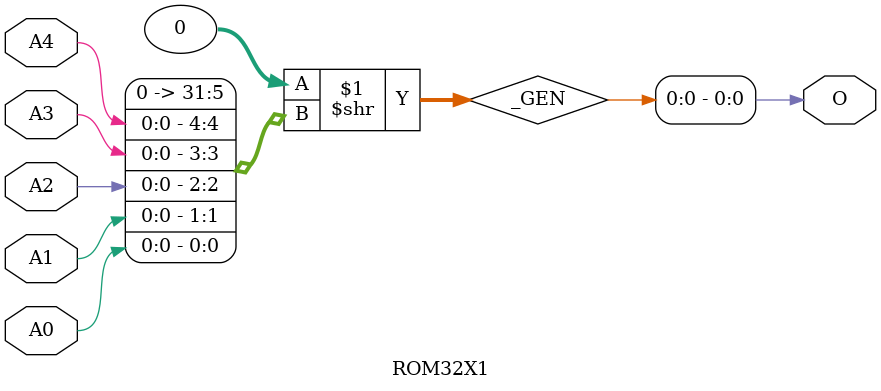
<source format=v>
module ROM32X1(	// file.cleaned.mlir:2:3
  input  A0,	// file.cleaned.mlir:2:25
         A1,	// file.cleaned.mlir:2:38
         A2,	// file.cleaned.mlir:2:51
         A3,	// file.cleaned.mlir:2:64
         A4,	// file.cleaned.mlir:2:77
  output O	// file.cleaned.mlir:2:91
);

  wire [31:0] _GEN = 32'h0 >> {27'h0, A4, A3, A2, A1, A0};	// file.cleaned.mlir:3:15, :4:15, :5:10, :6:10
  assign O = _GEN[0];	// file.cleaned.mlir:6:10, :7:10, :8:5
endmodule


</source>
